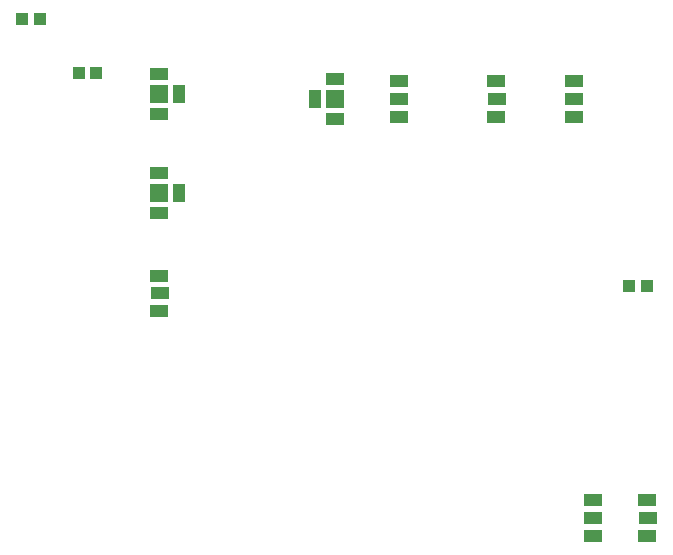
<source format=gbp>
G04*
G04 #@! TF.GenerationSoftware,Altium Limited,Altium Designer,18.0.7 (293)*
G04*
G04 Layer_Color=128*
%FSLAX25Y25*%
%MOIN*%
G70*
G01*
G75*
%ADD49R,0.03937X0.03937*%
%ADD50R,0.03937X0.06000*%
%ADD51R,0.06000X0.03937*%
%ADD52R,0.06000X0.06000*%
D49*
X257000Y112700D02*
D03*
X251095D02*
D03*
X73500Y183800D02*
D03*
X67594D02*
D03*
X48700Y201800D02*
D03*
X54606D02*
D03*
D50*
X101181Y176807D02*
D03*
Y143701D02*
D03*
X146500Y175197D02*
D03*
D51*
X94488Y170114D02*
D03*
Y183500D02*
D03*
Y137008D02*
D03*
Y150394D02*
D03*
X153193Y181890D02*
D03*
Y168504D02*
D03*
X94488Y116142D02*
D03*
X94587Y110335D02*
D03*
X94488Y104331D02*
D03*
X257202Y41339D02*
D03*
X257300Y35531D02*
D03*
X257202Y29528D02*
D03*
X239002Y41339D02*
D03*
X239100Y35531D02*
D03*
X239002Y29528D02*
D03*
X174400Y169289D02*
D03*
X174302Y175096D02*
D03*
X174400Y181100D02*
D03*
X206802Y181102D02*
D03*
X206900Y175295D02*
D03*
X206802Y169291D02*
D03*
X232702Y181102D02*
D03*
X232800Y175295D02*
D03*
X232702Y169291D02*
D03*
D52*
X94488Y176807D02*
D03*
Y143701D02*
D03*
X153193Y175197D02*
D03*
M02*

</source>
